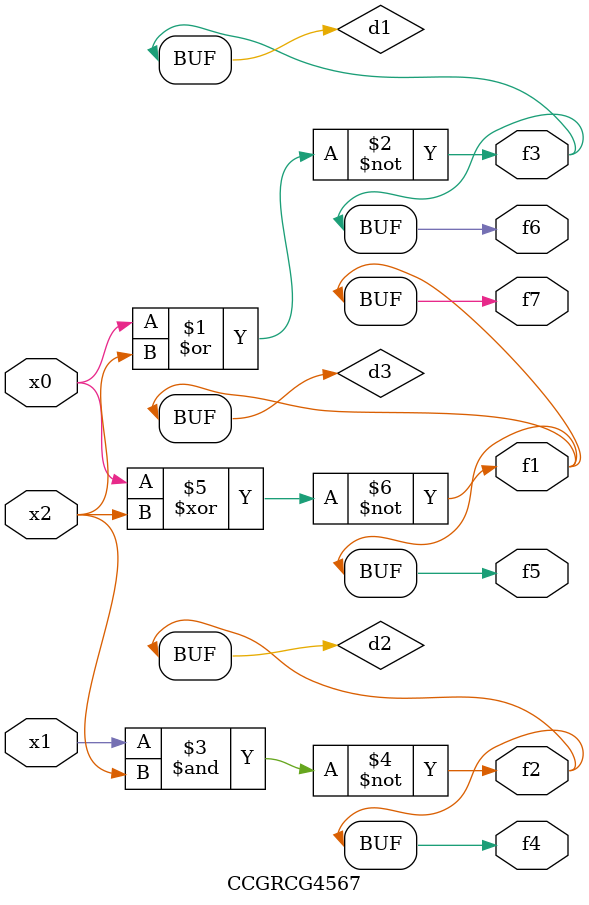
<source format=v>
module CCGRCG4567(
	input x0, x1, x2,
	output f1, f2, f3, f4, f5, f6, f7
);

	wire d1, d2, d3;

	nor (d1, x0, x2);
	nand (d2, x1, x2);
	xnor (d3, x0, x2);
	assign f1 = d3;
	assign f2 = d2;
	assign f3 = d1;
	assign f4 = d2;
	assign f5 = d3;
	assign f6 = d1;
	assign f7 = d3;
endmodule

</source>
